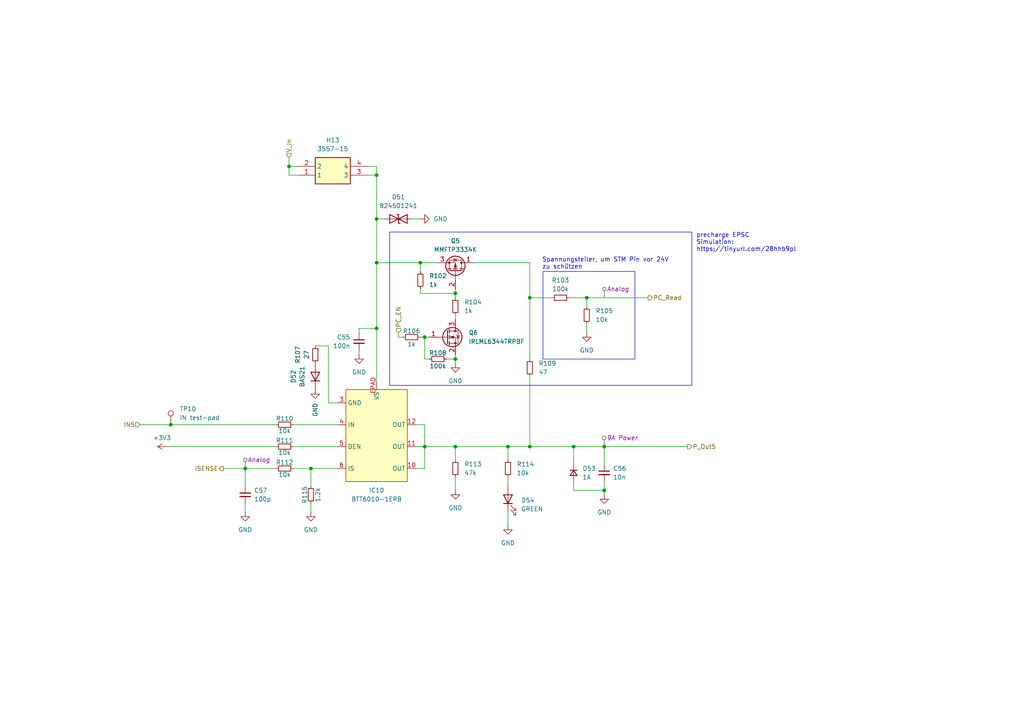
<source format=kicad_sch>
(kicad_sch (version 20231120) (generator "eeschema") (generator_version "8.0")
  (paper "A4")
  (title_block (title "PDU FT25") (date "2025-01-15") (rev "V1.2") (company "Janek Herm") (comment 1 "FaSTTUBe Electronics"))
  (lib_symbols
    (symbol "3557-15:3557-15"
      (property "Reference" "H" (at 16.51 7.62 0))
      (property "Value" "3557-15" (at 16.51 5.08 0))
      (symbol "3557-15_1_1"
        (rectangle (start 5.08 2.54) (end 15.24 -5.08) (stroke (width 0.254)) (fill (type background)))
        (pin passive line (at 0 -2.54 0) (length 5.08) (name "1") (number "1"))
        (pin passive line (at 0 0 0) (length 5.08) (name "2") (number "2"))
        (pin passive line (at 20.32 -2.54 180) (length 5.08) (name "3") (number "3"))
        (pin passive line (at 20.32 0 180) (length 5.08) (name "4") (number "4"))
      )
    )
    (symbol "Connector:TestPoint" (pin_numbers hide) (pin_names (offset 0.762) hide)
      (property "Reference" "TP" (at 0 6.858 0))
      (property "Value" "TestPoint" (at 0 5.08 0))
      (symbol "TestPoint_0_1"
        (circle (center 0 3.302) (radius 0.762))
      )
      (symbol "TestPoint_1_1"
        (pin passive line (at 0 0 90) (length 2.54) (name "1") (number "1"))
      )
    )
    (symbol "Device:C_Small" (pin_numbers hide) (pin_names (offset 0.254) hide)
      (property "Reference" "C" (at 0.254 1.778 0))
      (property "Value" "C_Small" (at 0.254 -2.032 0))
      (symbol "C_Small_0_1"
        (polyline (pts (xy -1.524 -0.508) (xy 1.524 -0.508)) (stroke (width 0.3302)))
        (polyline (pts (xy -1.524 0.508) (xy 1.524 0.508)) (stroke (width 0.3048)))
      )
      (symbol "C_Small_1_1"
        (pin passive line (at 0 2.54 270) (length 2.032) (name "~") (number "1"))
        (pin passive line (at 0 -2.54 90) (length 2.032) (name "~") (number "2"))
      )
    )
    (symbol "Device:D_Small" (pin_numbers hide) (pin_names (offset 0.254) hide)
      (property "Reference" "D" (at -1.27 2.032 0))
      (property "Value" "D_Small" (at -3.81 -2.032 0))
      (symbol "D_Small_0_1"
        (polyline (pts (xy -0.762 -1.016) (xy -0.762 1.016)) (stroke (width 0.254)))
        (polyline (pts (xy -0.762 0) (xy 0.762 0)))
        (polyline (pts (xy 0.762 -1.016) (xy -0.762 0) (xy 0.762 1.016) (xy 0.762 -1.016)) (stroke (width 0.254)))
      )
      (symbol "D_Small_1_1"
        (pin passive line (at -2.54 0 0) (length 1.778) (name "K") (number "1"))
        (pin passive line (at 2.54 0 180) (length 1.778) (name "A") (number "2"))
      )
    )
    (symbol "Device:D_TVS" (pin_numbers hide) (pin_names (offset 1.016) hide)
      (property "Reference" "D" (at 0 2.54 0))
      (property "Value" "D_TVS" (at 0 -2.54 0))
      (symbol "D_TVS_0_1"
        (polyline (pts (xy 1.27 0) (xy -1.27 0)))
        (polyline (pts (xy 0.508 1.27) (xy 0 1.27) (xy 0 -1.27) (xy -0.508 -1.27)) (stroke (width 0.254)))
        (polyline (pts (xy -2.54 1.27) (xy -2.54 -1.27) (xy 2.54 1.27) (xy 2.54 -1.27) (xy -2.54 1.27)) (stroke (width 0.254)))
      )
      (symbol "D_TVS_1_1"
        (pin passive line (at -3.81 0 0) (length 2.54) (name "A1") (number "1"))
        (pin passive line (at 3.81 0 180) (length 2.54) (name "A2") (number "2"))
      )
    )
    (symbol "Device:LED" (pin_numbers hide) (pin_names (offset 1.016) hide)
      (property "Reference" "D" (at 0 2.54 0))
      (property "Value" "LED" (at 0 -2.54 0))
      (symbol "LED_0_1"
        (polyline (pts (xy -1.27 -1.27) (xy -1.27 1.27)) (stroke (width 0.254)))
        (polyline (pts (xy -1.27 0) (xy 1.27 0)))
        (polyline (pts (xy 1.27 -1.27) (xy 1.27 1.27) (xy -1.27 0) (xy 1.27 -1.27)) (stroke (width 0.254)))
        (polyline (pts (xy -3.048 -0.762) (xy -4.572 -2.286) (xy -3.81 -2.286) (xy -4.572 -2.286) (xy -4.572 -1.524)))
        (polyline (pts (xy -1.778 -0.762) (xy -3.302 -2.286) (xy -2.54 -2.286) (xy -3.302 -2.286) (xy -3.302 -1.524)))
      )
      (symbol "LED_1_1"
        (pin passive line (at -3.81 0 0) (length 2.54) (name "K") (number "1"))
        (pin passive line (at 3.81 0 180) (length 2.54) (name "A") (number "2"))
      )
    )
    (symbol "Device:Q_NMOS_GSD" (pin_names (offset 0) hide)
      (property "Reference" "Q" (at 5.08 1.27 0))
      (property "Value" "Q_NMOS_GSD" (at 5.08 -1.27 0))
      (symbol "Q_NMOS_GSD_0_1"
        (polyline (pts (xy 0.254 0) (xy -2.54 0)))
        (polyline (pts (xy 0.254 1.905) (xy 0.254 -1.905)) (stroke (width 0.254)))
        (polyline (pts (xy 0.762 -1.27) (xy 0.762 -2.286)) (stroke (width 0.254)))
        (polyline (pts (xy 0.762 0.508) (xy 0.762 -0.508)) (stroke (width 0.254)))
        (polyline (pts (xy 0.762 2.286) (xy 0.762 1.27)) (stroke (width 0.254)))
        (polyline (pts (xy 2.54 2.54) (xy 2.54 1.778)))
        (polyline (pts (xy 2.54 -2.54) (xy 2.54 0) (xy 0.762 0)))
        (polyline (pts (xy 0.762 -1.778) (xy 3.302 -1.778) (xy 3.302 1.778) (xy 0.762 1.778)))
        (polyline (pts (xy 1.016 0) (xy 2.032 0.381) (xy 2.032 -0.381) (xy 1.016 0)) (fill (type outline)))
        (polyline (pts (xy 2.794 0.508) (xy 2.921 0.381) (xy 3.683 0.381) (xy 3.81 0.254)))
        (polyline (pts (xy 3.302 0.381) (xy 2.921 -0.254) (xy 3.683 -0.254) (xy 3.302 0.381)))
        (circle (center 1.651 0) (radius 2.794) (stroke (width 0.254)))
        (circle (center 2.54 -1.778) (radius 0.254) (fill (type outline)))
        (circle (center 2.54 1.778) (radius 0.254) (fill (type outline)))
      )
      (symbol "Q_NMOS_GSD_1_1"
        (pin input line (at -5.08 0 0) (length 2.54) (name "G") (number "1"))
        (pin passive line (at 2.54 -5.08 90) (length 2.54) (name "S") (number "2"))
        (pin passive line (at 2.54 5.08 270) (length 2.54) (name "D") (number "3"))
      )
    )
    (symbol "Device:Q_PMOS_DGS" (pin_names (offset 0) hide)
      (property "Reference" "Q" (at 5.08 1.27 0))
      (property "Value" "Q_PMOS_DGS" (at 5.08 -1.27 0))
      (symbol "Q_PMOS_DGS_0_1"
        (polyline (pts (xy 0.254 0) (xy -2.54 0)))
        (polyline (pts (xy 0.254 1.905) (xy 0.254 -1.905)) (stroke (width 0.254)))
        (polyline (pts (xy 0.762 -1.27) (xy 0.762 -2.286)) (stroke (width 0.254)))
        (polyline (pts (xy 0.762 0.508) (xy 0.762 -0.508)) (stroke (width 0.254)))
        (polyline (pts (xy 0.762 2.286) (xy 0.762 1.27)) (stroke (width 0.254)))
        (polyline (pts (xy 2.54 2.54) (xy 2.54 1.778)))
        (polyline (pts (xy 2.54 -2.54) (xy 2.54 0) (xy 0.762 0)))
        (polyline (pts (xy 0.762 1.778) (xy 3.302 1.778) (xy 3.302 -1.778) (xy 0.762 -1.778)))
        (polyline (pts (xy 2.286 0) (xy 1.27 0.381) (xy 1.27 -0.381) (xy 2.286 0)) (fill (type outline)))
        (polyline (pts (xy 2.794 -0.508) (xy 2.921 -0.381) (xy 3.683 -0.381) (xy 3.81 -0.254)))
        (polyline (pts (xy 3.302 -0.381) (xy 2.921 0.254) (xy 3.683 0.254) (xy 3.302 -0.381)))
        (circle (center 1.651 0) (radius 2.794) (stroke (width 0.254)))
        (circle (center 2.54 -1.778) (radius 0.254) (fill (type outline)))
        (circle (center 2.54 1.778) (radius 0.254) (fill (type outline)))
      )
      (symbol "Q_PMOS_DGS_1_1"
        (pin passive line (at 2.54 5.08 270) (length 2.54) (name "D") (number "1"))
        (pin input line (at -5.08 0 0) (length 2.54) (name "G") (number "2"))
        (pin passive line (at 2.54 -5.08 90) (length 2.54) (name "S") (number "3"))
      )
    )
    (symbol "Device:R_Small" (pin_numbers hide) (pin_names (offset 0.254) hide)
      (property "Reference" "R" (at 0.762 0.508 0))
      (property "Value" "R_Small" (at 0.762 -1.016 0))
      (symbol "R_Small_0_1"
        (rectangle (start -0.762 1.778) (end 0.762 -1.778) (stroke (width 0.2032)))
      )
      (symbol "R_Small_1_1"
        (pin passive line (at 0 2.54 270) (length 0.762) (name "~") (number "1"))
        (pin passive line (at 0 -2.54 90) (length 0.762) (name "~") (number "2"))
      )
    )
    (symbol "Diode:BAS21" (pin_numbers hide) (pin_names hide)
      (property "Reference" "D" (at 0 2.54 0))
      (property "Value" "BAS21" (at 0 -2.54 0))
      (symbol "BAS21_0_1"
        (polyline (pts (xy -1.27 1.27) (xy -1.27 -1.27)) (stroke (width 0.254)))
        (polyline (pts (xy 1.27 0) (xy -1.27 0)))
        (polyline (pts (xy 1.27 1.27) (xy 1.27 -1.27) (xy -1.27 0) (xy 1.27 1.27)) (stroke (width 0.254)))
      )
      (symbol "BAS21_1_1"
        (pin passive line (at 3.81 0 180) (length 2.54) (name "A") (number "1"))
        (pin no_connect line (at -1.27 0 0) (length 2.54) hide (name "NC") (number "2"))
        (pin passive line (at -3.81 0 0) (length 2.54) (name "K") (number "3"))
      )
    )
    (symbol "FaSTTUBe_Power-Switches:BTT6010-1ERB"
      (property "Reference" "IC" (at 0.254 -28.956 0))
      (property "Value" "BTT6010-1ERB" (at 0.508 -30.734 0))
      (symbol "BTT6010-1ERB_1_1"
        (rectangle (start -8.89 -1.27) (end 8.89 -27.94) (fill (type background)))
        (pin no_connect line (at 11.43 -2.54 180) (length 2.54) hide (name "NC") (number "1"))
        (pin passive line (at 11.43 -24.13 180) (length 2.54) (name "OUT") (number "10"))
        (pin passive line (at 11.43 -17.78 180) (length 2.54) (name "OUT") (number "11"))
        (pin passive line (at 11.43 -11.43 180) (length 2.54) (name "OUT") (number "12"))
        (pin no_connect line (at 11.43 -25.4 180) (length 2.54) hide (name "NC") (number "13"))
        (pin no_connect line (at 11.43 -26.67 180) (length 2.54) hide (name "NC") (number "14"))
        (pin no_connect line (at 11.43 -3.81 180) (length 2.54) hide (name "NC") (number "2"))
        (pin output line (at -11.43 -5.08 0) (length 2.54) (name "GND") (number "3"))
        (pin input line (at -11.43 -11.43 0) (length 2.54) (name "IN") (number "4"))
        (pin input line (at -11.43 -17.78 0) (length 2.54) (name "DEN") (number "5"))
        (pin output line (at -11.43 -24.13 0) (length 2.54) (name "IS") (number "6"))
        (pin no_connect line (at 11.43 -5.08 180) (length 2.54) hide (name "NC") (number "7"))
        (pin no_connect line (at 11.43 -6.35 180) (length 2.54) hide (name "NC") (number "8"))
        (pin no_connect line (at 11.43 -7.62 180) (length 2.54) hide (name "NC") (number "9"))
        (pin input line (at 0 1.27 270) (length 2.54) (name "VS") (number "EPAD"))
      )
    )
    (symbol "power:+3.3V" (power) (pin_numbers hide) (pin_names (offset 0) hide)
      (property "Value" "+3.3V" (at 0 3.556 0))
      (symbol "+3.3V_0_1"
        (polyline (pts (xy -0.762 1.27) (xy 0 2.54)))
        (polyline (pts (xy 0 0) (xy 0 2.54)))
        (polyline (pts (xy 0 2.54) (xy 0.762 1.27)))
      )
      (symbol "+3.3V_1_1"
        (pin power_in line (at 0 0 90) (length 0) (name "~") (number "1"))
      )
    )
    (symbol "power:GND" (power) (pin_numbers hide) (pin_names (offset 0) hide)
      (property "Value" "GND" (at 0 -3.81 0))
      (symbol "GND_0_1"
        (polyline (pts (xy 0 0) (xy 0 -1.27) (xy 1.27 -1.27) (xy 0 -2.54) (xy -1.27 -1.27) (xy 0 -1.27)))
      )
      (symbol "GND_1_1"
        (pin power_in line (at 0 0 270) (length 0) (name "~") (number "1"))
      )
    )
  )
  (junction (at 109.22 63.5))
  (junction (at 83.82 48.26))
  (junction (at 90.17 135.89))
  (junction (at 132.08 85.09))
  (junction (at 132.08 129.54))
  (junction (at 109.22 95.25))
  (junction (at 147.32 129.54))
  (junction (at 121.92 76.2))
  (junction (at 153.67 129.54))
  (junction (at 175.26 129.54))
  (junction (at 123.19 97.79))
  (junction (at 166.37 129.54))
  (junction (at 71.12 135.89))
  (junction (at 109.22 50.8))
  (junction (at 153.67 86.36))
  (junction (at 49.53 123.19))
  (junction (at 170.18 86.36))
  (junction (at 132.08 104.14))
  (junction (at 109.22 76.2))
  (junction (at 175.26 142.24))
  (junction (at 123.19 129.54))
  (wire (pts (xy 49.53 123.19) (xy 80.01 123.19)))
  (wire (pts (xy 153.67 76.2) (xy 153.67 86.36)))
  (wire (pts (xy 85.09 135.89) (xy 90.17 135.89)))
  (wire (pts (xy 175.26 129.54) (xy 166.37 129.54)))
  (wire (pts (xy 95.25 100.33) (xy 91.44 100.33)))
  (wire (pts (xy 115.57 97.79) (xy 116.84 97.79)))
  (wire (pts (xy 170.18 86.36) (xy 187.96 86.36)))
  (wire (pts (xy 85.09 129.54) (xy 97.79 129.54)))
  (wire (pts (xy 109.22 76.2) (xy 121.92 76.2)))
  (wire (pts (xy 109.22 48.26) (xy 109.22 50.8)))
  (wire (pts (xy 83.82 45.72) (xy 83.82 48.26)))
  (wire (pts (xy 121.92 63.5) (xy 119.38 63.5)))
  (wire (pts (xy 40.64 123.19) (xy 49.53 123.19)))
  (wire (pts (xy 121.92 97.79) (xy 123.19 97.79)))
  (wire (pts (xy 132.08 86.36) (xy 132.08 85.09)))
  (wire (pts (xy 106.68 50.8) (xy 109.22 50.8)))
  (wire (pts (xy 83.82 48.26) (xy 86.36 48.26)))
  (wire (pts (xy 170.18 86.36) (xy 170.18 88.9)))
  (wire (pts (xy 132.08 138.43) (xy 132.08 142.24)))
  (wire (pts (xy 175.26 129.54) (xy 175.26 134.62)))
  (wire (pts (xy 137.16 76.2) (xy 153.67 76.2)))
  (wire (pts (xy 71.12 135.89) (xy 71.12 140.97)))
  (wire (pts (xy 123.19 97.79) (xy 123.19 104.14)))
  (wire (pts (xy 115.57 96.52) (xy 115.57 97.79)))
  (wire (pts (xy 109.22 95.25) (xy 104.14 95.25)))
  (wire (pts (xy 106.68 48.26) (xy 109.22 48.26)))
  (wire (pts (xy 64.77 135.89) (xy 71.12 135.89)))
  (wire (pts (xy 132.08 129.54) (xy 147.32 129.54)))
  (wire (pts (xy 165.1 86.36) (xy 170.18 86.36)))
  (wire (pts (xy 85.09 123.19) (xy 97.79 123.19)))
  (wire (pts (xy 71.12 146.05) (xy 71.12 148.59)))
  (wire (pts (xy 132.08 129.54) (xy 132.08 133.35)))
  (wire (pts (xy 132.08 92.71) (xy 132.08 91.44)))
  (wire (pts (xy 121.92 76.2) (xy 127 76.2)))
  (wire (pts (xy 104.14 95.25) (xy 104.14 96.52)))
  (wire (pts (xy 123.19 97.79) (xy 124.46 97.79)))
  (wire (pts (xy 123.19 123.19) (xy 123.19 129.54)))
  (wire (pts (xy 166.37 129.54) (xy 166.37 134.62)))
  (wire (pts (xy 109.22 50.8) (xy 109.22 63.5)))
  (wire (pts (xy 120.65 129.54) (xy 123.19 129.54)))
  (wire (pts (xy 121.92 76.2) (xy 121.92 78.74)))
  (wire (pts (xy 132.08 102.87) (xy 132.08 104.14)))
  (wire (pts (xy 153.67 109.22) (xy 153.67 129.54)))
  (wire (pts (xy 83.82 50.8) (xy 86.36 50.8)))
  (wire (pts (xy 123.19 129.54) (xy 132.08 129.54)))
  (wire (pts (xy 153.67 129.54) (xy 166.37 129.54)))
  (wire (pts (xy 147.32 129.54) (xy 147.32 133.35)))
  (wire (pts (xy 123.19 135.89) (xy 123.19 129.54)))
  (wire (pts (xy 109.22 63.5) (xy 109.22 76.2)))
  (wire (pts (xy 147.32 148.59) (xy 147.32 152.4)))
  (wire (pts (xy 83.82 48.26) (xy 83.82 50.8)))
  (wire (pts (xy 120.65 135.89) (xy 123.19 135.89)))
  (wire (pts (xy 109.22 95.25) (xy 109.22 110.49)))
  (wire (pts (xy 71.12 135.89) (xy 80.01 135.89)))
  (wire (pts (xy 147.32 129.54) (xy 153.67 129.54)))
  (wire (pts (xy 104.14 101.6) (xy 104.14 102.87)))
  (wire (pts (xy 129.54 104.14) (xy 132.08 104.14)))
  (wire (pts (xy 175.26 139.7) (xy 175.26 142.24)))
  (wire (pts (xy 132.08 83.82) (xy 132.08 85.09)))
  (wire (pts (xy 132.08 104.14) (xy 132.08 105.41)))
  (wire (pts (xy 170.18 93.98) (xy 170.18 96.52)))
  (wire (pts (xy 120.65 123.19) (xy 123.19 123.19)))
  (wire (pts (xy 90.17 135.89) (xy 90.17 140.97)))
  (wire (pts (xy 175.26 129.54) (xy 199.39 129.54)))
  (wire (pts (xy 166.37 142.24) (xy 175.26 142.24)))
  (wire (pts (xy 48.26 129.54) (xy 80.01 129.54)))
  (wire (pts (xy 90.17 146.05) (xy 90.17 148.59)))
  (wire (pts (xy 166.37 139.7) (xy 166.37 142.24)))
  (wire (pts (xy 109.22 76.2) (xy 109.22 95.25)))
  (wire (pts (xy 123.19 104.14) (xy 124.46 104.14)))
  (wire (pts (xy 121.92 85.09) (xy 132.08 85.09)))
  (wire (pts (xy 175.26 142.24) (xy 175.26 143.51)))
  (wire (pts (xy 147.32 138.43) (xy 147.32 140.97)))
  (wire (pts (xy 95.25 100.33) (xy 95.25 116.84)))
  (wire (pts (xy 121.92 83.82) (xy 121.92 85.09)))
  (wire (pts (xy 109.22 63.5) (xy 111.76 63.5)))
  (wire (pts (xy 95.25 116.84) (xy 97.79 116.84)))
  (wire (pts (xy 153.67 86.36) (xy 160.02 86.36)))
  (wire (pts (xy 90.17 135.89) (xy 97.79 135.89)))
  (wire (pts (xy 153.67 86.36) (xy 153.67 104.14)))
  (rectangle (start 157.48 78.74) (end 184.15 104.14))
  (rectangle (start 113.03 67.31) (end 200.66 111.76))
  (text "precharge EPSC\nSimulation:\nhttps://tinyurl.com/28hhb9pl" (at 201.93 70.358 0) (effects (font (size 1.27 1.27)) (justify left)))
  (text "Spannungsteiler, um STM Pin vor 24V \nzu schützen" (at 157.226 76.454 0) (effects (font (size 1.27 1.27)) (justify left)))
  (hierarchical_label "PC_Read" (shape output) (at 187.96 86.36 0))
  (hierarchical_label "IN5" (shape input) (at 40.64 123.19 180))
  (hierarchical_label "P_Out5" (shape output) (at 199.39 129.54 0))
  (hierarchical_label "ISENSE" (shape output) (at 64.77 135.89 180))
  (hierarchical_label "PC_EN" (shape input) (at 115.57 96.52 90))
  (hierarchical_label "V_In" (shape input) (at 83.82 45.72 90))
  (netclass_flag "" (length 2.54) (shape round) (at 71.12 135.89 0) (property "Netclass" "Analog" (at 71.8185 133.35 0) (effects (font (italic yes)) (justify left))))
  (netclass_flag "" (length 2.54) (shape round) (at 175.26 129.54 0) (property "Netclass" "9A Power" (at 175.9585 127 0) (effects (font (italic yes)) (justify left))))
  (netclass_flag "" (length 2.54) (shape round) (at 175.26 86.36 0) (property "Netclass" "Analog" (at 175.9585 83.82 0) (effects (font (italic yes)) (justify left))))
  (symbol (lib_id "Device:Q_PMOS_DGS") (at 132.08 78.74 270) (mirror x) (unit 1)
    (property "Reference" "Q5" (at 132.08 69.85 90))
    (property "Value" "MMFTP3334K" (at 132.08 72.39 90))
    (property "Footprint" "FaSTTUBe_Switches:SOT-23_GSD" (effects (hide yes)))
    (property "Datasheet" "https://diotec.com/request/datasheet/mmftp3334k.pdf" (effects (hide yes)))
    (property "Description" "P-MOSFET transistor, drain/gate/source" (effects (hide yes)))
    (property "Sim.Device" "PMOS" (effects (hide yes)))
    (property "Sim.Type" "VDMOS" (effects (hide yes)))
    (property "Sim.Pins" "1=D 2=G 3=S" (effects (hide yes)))
  )
  (symbol (lib_id "FaSTTUBe_Power-Switches:BTT6010-1ERB") (at 109.22 111.76 0) (unit 1)
    (property "Reference" "IC10" (at 109.22 142.24 0))
    (property "Value" "BTT6010-1ERB" (at 109.22 144.78 0))
    (property "Footprint" "BTT6010-1ERB:SOIC14_BTT6010-1ERB_INF" (effects (hide yes)))
    (property "Datasheet" "https://www.infineon.com/dgdl/Infineon-BTT6010-1ERB-DS-v01_00-EN.pdf?fileId=5546d46269e1c019016a21e80b080d7a" (effects (hide yes)))
  )
  (symbol (lib_id "Device:D_TVS") (at 115.57 63.5 0) (mirror y) (unit 1)
    (property "Reference" "D51" (at 115.57 57.15 0))
    (property "Value" "824501241" (at 115.57 59.69 0))
    (property "Footprint" "824501241:DIOM5127X250N" (effects (hide yes)))
    (property "Datasheet" "https://www.we-online.com/components/products/datasheet/824501241.pdf" (effects (hide yes)))
    (property "Description" "Bidirectional transient-voltage-suppression diode" (effects (hide yes)))
  )
  (symbol (lib_id "Device:R_Small") (at 132.08 88.9 0) (unit 1)
    (property "Reference" "R104" (at 134.62 87.6299 0) (effects (justify left)))
    (property "Value" "1k" (at 134.62 90.1699 0) (effects (justify left)))
    (property "Footprint" "Resistor_SMD:R_0603_1608Metric" (effects (hide yes)))
    (property "Description" "Resistor, small symbol" (effects (hide yes)))
  )
  (symbol (lib_id "Device:R_Small") (at 119.38 97.79 90) (unit 1)
    (property "Reference" "R106" (at 119.38 96.012 90))
    (property "Value" "1k" (at 119.38 99.822 90))
    (property "Footprint" "Resistor_SMD:R_0603_1608Metric" (effects (hide yes)))
    (property "Description" "Resistor, small symbol" (effects (hide yes)))
  )
  (symbol (lib_id "Device:Q_NMOS_GSD") (at 129.54 97.79 0) (unit 1)
    (property "Reference" "Q6" (at 135.89 96.5199 0) (effects (justify left)))
    (property "Value" "IRLML6344TRPBF" (at 135.89 99.0599 0) (effects (justify left)))
    (property "Footprint" "Package_TO_SOT_SMD:SOT-23" (effects (hide yes)))
    (property "Datasheet" "https://www.mouser.de/datasheet/2/196/Infineon_IRLML6344_DataSheet_v01_01_EN-3363406.pdf" (effects (hide yes)))
    (property "Description" "N-MOSFET transistor, gate/source/drain" (effects (hide yes)))
    (property "Sim.Device" "NMOS" (effects (hide yes)))
    (property "Sim.Type" "VDMOS" (effects (hide yes)))
    (property "Sim.Pins" "1=D 2=G 3=S" (effects (hide yes)))
  )
  (symbol (lib_id "Device:C_Small") (at 104.14 99.06 0) (mirror y) (unit 1)
    (property "Reference" "C55" (at 101.6 97.7962 0) (effects (justify left)))
    (property "Value" "100n" (at 101.6 100.3362 0) (effects (justify left)))
    (property "Footprint" "Capacitor_SMD:C_0603_1608Metric" (effects (hide yes)))
    (property "Description" "Unpolarized capacitor, small symbol" (effects (hide yes)))
  )
  (symbol (lib_id "power:GND") (at 91.44 113.03 0) (unit 1)
    (property "Reference" "#PWR0161" (effects (hide yes)))
    (property "Value" "GND" (at 91.4399 116.84 90) (effects (justify right)))
    (property "Description" "Power symbol creates a global label with name \"GND\" , ground" (effects (hide yes)))
  )
  (symbol (lib_id "power:+3.3V") (at 48.26 129.54 90) (unit 1)
    (property "Reference" "#PWR0162" (effects (hide yes)))
    (property "Value" "+3V3" (at 46.99 127 90))
    (property "Description" "Power symbol creates a global label with name \"+3.3V\"" (effects (hide yes)))
  )
  (symbol (lib_id "Device:R_Small") (at 82.55 135.89 270) (unit 1)
    (property "Reference" "R112" (at 82.55 134.112 90))
    (property "Value" "10k" (at 82.55 137.668 90))
    (property "Footprint" "Resistor_SMD:R_0603_1608Metric" (effects (hide yes)))
    (property "Description" "Resistor, small symbol" (effects (hide yes)))
  )
  (symbol (lib_id "Device:R_Small") (at 132.08 135.89 0) (unit 1)
    (property "Reference" "R113" (at 134.62 134.6199 0) (effects (justify left)))
    (property "Value" "47k" (at 134.62 137.1599 0) (effects (justify left)))
    (property "Footprint" "Resistor_SMD:R_0603_1608Metric" (effects (hide yes)))
    (property "Description" "Resistor, small symbol" (effects (hide yes)))
  )
  (symbol (lib_id "Device:C_Small") (at 71.12 143.51 0) (unit 1)
    (property "Reference" "C57" (at 73.66 142.2462 0) (effects (justify left)))
    (property "Value" "100p" (at 73.66 144.7862 0) (effects (justify left)))
    (property "Footprint" "Capacitor_SMD:C_0603_1608Metric" (effects (hide yes)))
    (property "Description" "Unpolarized capacitor, small symbol" (effects (hide yes)))
  )
  (symbol (lib_id "Device:R_Small") (at 170.18 91.44 180) (unit 1)
    (property "Reference" "R105" (at 172.72 90.1699 0) (effects (justify right)))
    (property "Value" "10k" (at 172.72 92.7099 0) (effects (justify right)))
    (property "Footprint" "Resistor_SMD:R_0603_1608Metric" (effects (hide yes)))
    (property "Description" "Resistor, small symbol" (effects (hide yes)))
  )
  (symbol (lib_id "Device:D_Small") (at 166.37 137.16 270) (unit 1)
    (property "Reference" "D53" (at 168.91 135.8899 90) (effects (justify left)))
    (property "Value" "1A" (at 168.91 138.4299 90) (effects (justify left)))
    (property "Footprint" "Diode_SMD:D_SOD-123F" (effects (hide yes)))
    (property "Datasheet" "https://www.mouser.de/datasheet/2/389/stpst1h100-3107187.pdf" (effects (hide yes)))
    (property "Description" "Diode, small symbol" (effects (hide yes)))
    (property "Sim.Device" "D" (effects (hide yes)))
    (property "Sim.Pins" "1=K 2=A" (effects (hide yes)))
  )
  (symbol (lib_id "power:GND") (at 132.08 105.41 0) (unit 1)
    (property "Reference" "#PWR0160" (effects (hide yes)))
    (property "Value" "GND" (at 132.08 110.49 0))
    (property "Description" "Power symbol creates a global label with name \"GND\" , ground" (effects (hide yes)))
  )
  (symbol (lib_id "Device:LED") (at 147.32 144.78 90) (unit 1)
    (property "Reference" "D54" (at 151.13 145.0974 90) (effects (justify right)))
    (property "Value" "GREEN" (at 151.13 147.6374 90) (effects (justify right)))
    (property "Footprint" "LED_SMD:LED_0603_1608Metric" (effects (hide yes)))
    (property "Datasheet" "https://www.we-online.com/components/products/datasheet/150060VS75000.pdf" (effects (hide yes)))
    (property "Description" "Light emitting diode" (effects (hide yes)))
    (property "MPR" "150060VS75000" (effects (hide yes)))
  )
  (symbol (lib_id "Device:R_Small") (at 91.44 102.87 180) (unit 1)
    (property "Reference" "R107" (at 86.36 102.87 90))
    (property "Value" "27" (at 88.9 102.87 90))
    (property "Footprint" "Resistor_SMD:R_0603_1608Metric" (effects (hide yes)))
    (property "Description" "Resistor, small symbol" (effects (hide yes)))
  )
  (symbol (lib_id "Device:R_Small") (at 82.55 123.19 270) (unit 1)
    (property "Reference" "R110" (at 82.55 121.412 90))
    (property "Value" "10k" (at 82.55 124.968 90))
    (property "Footprint" "Resistor_SMD:R_0603_1608Metric" (effects (hide yes)))
    (property "Description" "Resistor, small symbol" (effects (hide yes)))
  )
  (symbol (lib_id "Device:R_Small") (at 162.56 86.36 90) (unit 1)
    (property "Reference" "R103" (at 162.56 81.28 90))
    (property "Value" "100k" (at 162.56 83.82 90))
    (property "Footprint" "Resistor_SMD:R_0603_1608Metric" (effects (hide yes)))
    (property "Description" "Resistor, small symbol" (effects (hide yes)))
  )
  (symbol (lib_id "Device:R_Small") (at 90.17 143.51 0) (unit 1)
    (property "Reference" "R115" (at 88.392 143.51 90))
    (property "Value" "1.2k" (at 92.202 143.51 90))
    (property "Footprint" "Resistor_SMD:R_0603_1608Metric" (effects (hide yes)))
    (property "Description" "Resistor, small symbol" (effects (hide yes)))
  )
  (symbol (lib_id "power:GND") (at 90.17 148.59 0) (unit 1)
    (property "Reference" "#PWR0166" (effects (hide yes)))
    (property "Value" "GND" (at 90.17 153.67 0))
    (property "Description" "Power symbol creates a global label with name \"GND\" , ground" (effects (hide yes)))
  )
  (symbol (lib_id "Device:R_Small") (at 147.32 135.89 0) (unit 1)
    (property "Reference" "R114" (at 149.86 134.6199 0) (effects (justify left)))
    (property "Value" "10k" (at 149.86 137.1599 0) (effects (justify left)))
    (property "Footprint" "Resistor_SMD:R_0603_1608Metric" (effects (hide yes)))
    (property "Description" "Resistor, small symbol" (effects (hide yes)))
  )
  (symbol (lib_id "power:GND") (at 170.18 96.52 0) (unit 1)
    (property "Reference" "#PWR0158" (effects (hide yes)))
    (property "Value" "GND" (at 170.18 101.6 0))
    (property "Description" "Power symbol creates a global label with name \"GND\" , ground" (effects (hide yes)))
  )
  (symbol (lib_id "Device:R_Small") (at 153.67 106.68 0) (unit 1)
    (property "Reference" "R109" (at 156.21 105.4099 0) (effects (justify left)))
    (property "Value" "47" (at 156.21 107.9499 0) (effects (justify left)))
    (property "Footprint" "Resistor_SMD:R_1210_3225Metric" (effects (hide yes)))
    (property "Description" "Resistor, small symbol" (effects (hide yes)))
  )
  (symbol (lib_id "3557-15:3557-15") (at 86.36 48.26 0) (unit 1)
    (property "Reference" "H13" (at 96.52 40.64 0))
    (property "Value" "3557-15" (at 96.52 43.18 0))
    (property "Footprint" "3557-15:355715" (effects (hide yes)))
    (property "Datasheet" "https://www.keyelco.com/product-pdf.cfm?p=14225" (effects (hide yes)))
    (property "Description" "Fuse Holder T/H 2 IN 1 AUTO BLDE HOLDER, BLUE 15A" (effects (hide yes)))
    (property "Height" "7.5" (effects (hide yes)))
    (property "Mouser Part Number" "534-3557-15" (effects (hide yes)))
    (property "Mouser Price/Stock" "https://www.mouser.co.uk/ProductDetail/Keystone-Electronics/3557-15?qs=iR2ablhfrmFh8obBV91Xhg%3D%3D" (effects (hide yes)))
    (property "Manufacturer_Name" "Keystone Electronics" (effects (hide yes)))
    (property "Manufacturer_Part_Number" "3557-15" (effects (hide yes)))
  )
  (symbol (lib_id "Connector:TestPoint") (at 49.53 123.19 0) (unit 1)
    (property "Reference" "TP10" (at 52.07 118.6179 0) (effects (justify left)))
    (property "Value" "IN test-pad" (at 52.07 121.1579 0) (effects (justify left)))
    (property "Footprint" "5025:5025" (effects (hide yes)))
    (property "Description" "test point" (effects (hide yes)))
  )
  (symbol (lib_id "power:GND") (at 104.14 102.87 0) (mirror y) (unit 1)
    (property "Reference" "#PWR0159" (effects (hide yes)))
    (property "Value" "GND" (at 104.14 107.95 0))
    (property "Description" "Power symbol creates a global label with name \"GND\" , ground" (effects (hide yes)))
  )
  (symbol (lib_id "Device:R_Small") (at 121.92 81.28 0) (unit 1)
    (property "Reference" "R102" (at 124.46 80.0099 0) (effects (justify left)))
    (property "Value" "1k" (at 124.46 82.5499 0) (effects (justify left)))
    (property "Footprint" "Resistor_SMD:R_0603_1608Metric" (effects (hide yes)))
    (property "Description" "Resistor, small symbol" (effects (hide yes)))
  )
  (symbol (lib_id "Diode:BAS21") (at 91.44 109.22 90) (unit 1)
    (property "Reference" "D52" (at 85.09 109.22 0))
    (property "Value" "BAS21" (at 87.63 109.22 0))
    (property "Footprint" "Package_TO_SOT_SMD:SOT-23" (effects (hide yes)))
    (property "Datasheet" "https://www.diodes.com/assets/Datasheets/Ds12004.pdf" (effects (hide yes)))
    (property "Description" "250V, 0.4A, High-speed Switching Diode, SOT-23" (effects (hide yes)))
  )
  (symbol (lib_id "power:GND") (at 121.92 63.5 90) (mirror x) (unit 1)
    (property "Reference" "#PWR0157" (effects (hide yes)))
    (property "Value" "GND" (at 125.73 63.4999 90) (effects (justify right)))
    (property "Description" "Power symbol creates a global label with name \"GND\" , ground" (effects (hide yes)))
  )
  (symbol (lib_id "power:GND") (at 71.12 148.59 0) (unit 1)
    (property "Reference" "#PWR0165" (effects (hide yes)))
    (property "Value" "GND" (at 71.12 153.67 0))
    (property "Description" "Power symbol creates a global label with name \"GND\" , ground" (effects (hide yes)))
  )
  (symbol (lib_id "power:GND") (at 132.08 142.24 0) (unit 1)
    (property "Reference" "#PWR0163" (effects (hide yes)))
    (property "Value" "GND" (at 132.08 147.32 0))
    (property "Description" "Power symbol creates a global label with name \"GND\" , ground" (effects (hide yes)))
  )
  (symbol (lib_id "Device:C_Small") (at 175.26 137.16 0) (unit 1)
    (property "Reference" "C56" (at 177.8 135.8962 0) (effects (justify left)))
    (property "Value" "10n" (at 177.8 138.4362 0) (effects (justify left)))
    (property "Footprint" "Capacitor_SMD:C_0603_1608Metric" (effects (hide yes)))
    (property "Description" "Unpolarized capacitor, small symbol" (effects (hide yes)))
  )
  (symbol (lib_id "power:GND") (at 175.26 143.51 0) (unit 1)
    (property "Reference" "#PWR0164" (effects (hide yes)))
    (property "Value" "GND" (at 175.26 148.59 0))
    (property "Description" "Power symbol creates a global label with name \"GND\" , ground" (effects (hide yes)))
  )
  (symbol (lib_id "Device:R_Small") (at 127 104.14 90) (unit 1)
    (property "Reference" "R108" (at 127 102.362 90))
    (property "Value" "100k" (at 127 106.172 90))
    (property "Footprint" "Resistor_SMD:R_0603_1608Metric" (effects (hide yes)))
    (property "Description" "Resistor, small symbol" (effects (hide yes)))
  )
  (symbol (lib_id "Device:R_Small") (at 82.55 129.54 270) (unit 1)
    (property "Reference" "R111" (at 82.55 127.762 90))
    (property "Value" "10k" (at 82.55 131.318 90))
    (property "Footprint" "Resistor_SMD:R_0603_1608Metric" (effects (hide yes)))
    (property "Description" "Resistor, small symbol" (effects (hide yes)))
  )
  (symbol (lib_id "power:GND") (at 147.32 152.4 0) (unit 1)
    (property "Reference" "#PWR0167" (effects (hide yes)))
    (property "Value" "GND" (at 147.32 157.48 0))
    (property "Description" "Power symbol creates a global label with name \"GND\" , ground" (effects (hide yes)))
  )
)
</source>
